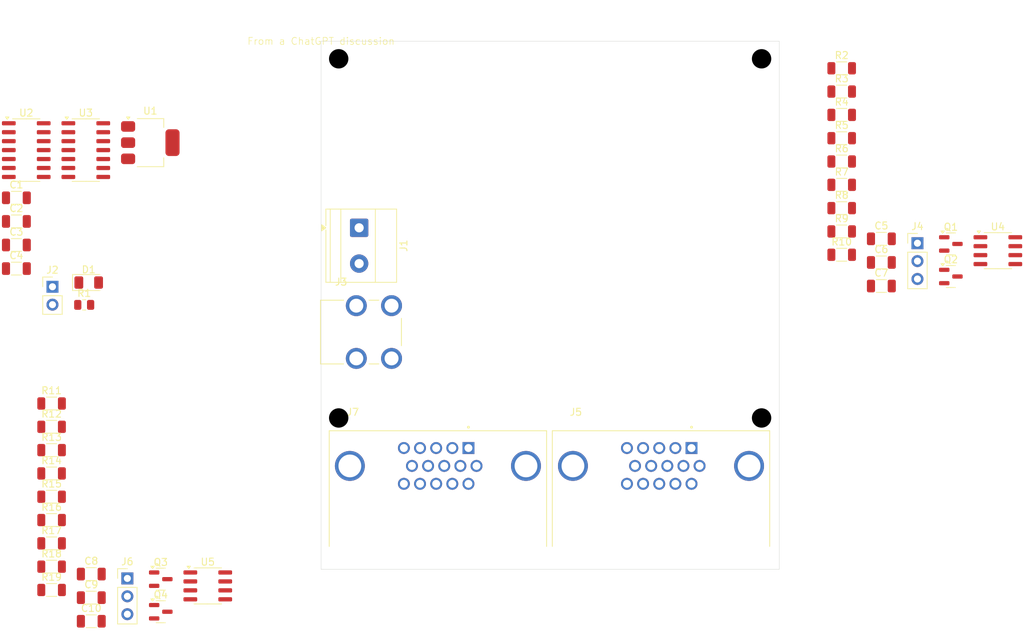
<source format=kicad_pcb>
(kicad_pcb (version 20241229) (generator "pcbnew") (generator_version "9.0")
  (layers (0 "F.Cu" signal) (4 "In1.Cu" signal) (6 "In2.Cu" signal) (2 "B.Cu" signal) (13 "F.Paste" user) (15 "B.Paste" user) (5 "F.SilkS" user "F.Silkscreen") (7 "B.SilkS" user "B.Silkscreen") (1 "F.Mask" user) (3 "B.Mask" user) (25 "Edge.Cuts" user))
  (net 0 "")
  (net 1 "/IN_5VDC")
  (net 2 "GND")
  (net 3 "/Azimuth/Dir Sig")
  (net 4 "/Elevation/Limit Sw1")
  (net 5 "Shield")
  (net 6 "/Elevation/Pul")
  (net 7 "+5V")
  (net 8 "Net-(U5-THR)")
  (net 11 "/Elevation/Dir")
  (net 12 "Net-(U4-THR)")
  (net 13 "/Elevation/Limit Sw2")
  (net 14 "Net-(U5-CV)")
  (net 15 "Net-(U4-CV)")
  (net 18 "/Azimuth/Limit Sw2")
  (net 19 "Net-(J4-Pin_3)")
  (net 20 "Net-(J6-Pin_3)")
  (net 21 "/Azimuth/Limit Sw1")
  (net 23 "/Azimuth/Pul")
  (net 24 "/Azimuth/Dir")
  (net 27 "Net-(Q3-B)")
  (net 28 "Net-(D1-K)")
  (net 29 "/IN_5VDC_SWITCH")
  (net 33 "/Elevation/Pulse Enable")
  (net 34 "/Azimuth/Pulse Enable")
  (net 35 "/Azimuth/Pul sig")
  (net 36 "/Elevation/Pul sig")
  (net 45 "Net-(U5-DIS)")
  (net 46 "Net-(U4-DIS)")
  (net 47 "/Elevation/Dir Sig")
  (net 48 "Net-(Q1-B)")
  (net 49 "Net-(R6-Pad1)")
  (net 50 "Net-(R16-Pad1)")
  (net 51 "Net-(R7-Pad1)")
  (net 52 "Net-(R15-Pad1)")
  (footprint "Resistor_SMD:R_1206_3216Metric" (layer "F.Cu") (at 132.565 108.165)
    (property "Reference" "R13" (at 0 -1.83 0) (layer "F.SilkS"))
    (property "Value" "10k")
    (fp_line (start -0.727064 -0.91) (end 0.727064 -0.91) (stroke (width 0.12)) (layer "F.SilkS"))
    (fp_line (start -0.727064 0.91) (end 0.727064 0.91) (stroke (width 0.12)) (layer "F.SilkS"))
    (pad "1" smd roundrect (at -1.4625 0) (size 1.125 1.75) (layers "F.Cu" "F.Mask" "F.Paste") (roundrect_rratio 0.222222) (net 21 "/Azimuth/Limit Sw1"))
    (pad "2" smd roundrect (at 1.4625 0) (size 1.125 1.75) (layers "F.Cu" "F.Mask" "F.Paste") (roundrect_rratio 0.222222) (net 2 "GND"))
  )
  (footprint "Resistor_SMD:R_1206_3216Metric" (layer "F.Cu") (at 132.565 128.025)
    (property "Reference" "R19" (at 0 -1.83 0) (layer "F.SilkS"))
    (property "Value" "1k")
    (fp_line (start -0.727064 -0.91) (end 0.727064 -0.91) (stroke (width 0.12)) (layer "F.SilkS"))
    (fp_line (start -0.727064 0.91) (end 0.727064 0.91) (stroke (width 0.12)) (layer "F.SilkS"))
    (pad "1" smd roundrect (at -1.4625 0) (size 1.125 1.75) (layers "F.Cu" "F.Mask" "F.Paste") (roundrect_rratio 0.222222) (net 3 "/Azimuth/Dir Sig"))
    (pad "2" smd roundrect (at 1.4625 0) (size 1.125 1.75) (layers "F.Cu" "F.Mask" "F.Paste") (roundrect_rratio 0.222222) (net 27 "Net-(Q3-B)"))
  )
  (footprint "DishFootprints:DE15_VGA_FEMALE_CONN" (layer "F.Cu") (at 187.38 110.41)
    (property "Reference" "J7" (at -12.075 -7.635 0) (layer "F.SilkS"))
    (property "Value" "Azimuth DE-15")
    (fp_line (start -15.42 -4.99) (end 15.42 -4.99) (stroke (width 0.127)) (layer "F.SilkS"))
    (fp_line (start -15.42 11.43) (end -15.42 -4.99) (stroke (width 0.127)) (layer "F.SilkS"))
    (fp_line (start 15.42 -4.99) (end 15.42 11.43) (stroke (width 0.127)) (layer "F.SilkS"))
    (fp_circle (center 4.33 -5.5) (end 4.43 -5.5) (stroke (width 0.2)) (fill no) (layer "F.SilkS"))
    (pad "1" thru_hole rect (at 4.33 -2.54) (size 1.695 1.695) (drill 1.13) (layers "*.Cu" "*.Mask") (net 7 "+5V"))
    (pad "2" thru_hole circle (at 2.04 -2.54) (size 1.695 1.695) (drill 1.13) (layers "*.Cu" "*.Mask") (net 2 "GND"))
    (pad "3" thru_hole circle (at -0.25 -2.54) (size 1.695 1.695) (drill 1.13) (layers "*.Cu" "*.Mask") (net 21 "/Azimuth/Limit Sw1"))
    (pad "4" thru_hole circle (at -2.54 -2.54) (size 1.695 1.695) (drill 1.13) (layers "*.Cu" "*.Mask") (net 18 "/Azimuth/Limit Sw2"))
    (pad "5" thru_hole circle (at -4.83 -2.54) (size 1.695 1.695) (drill 1.13) (layers "*.Cu" "*.Mask"))
    (pad "6" thru_hole circle (at 5.475 0) (size 1.695 1.695) (drill 1.13) (layers "*.Cu" "*.Mask"))
    (pad "7" thru_hole circle (at 3.185 0) (size 1.695 1.695) (drill 1.13) (layers "*.Cu" "*.Mask"))
    (pad "8" thru_hole circle (at 0.895 0) (size 1.695 1.695) (drill 1.13) (layers "*.Cu" "*.Mask"))
    (pad "9" thru_hole circle (at -1.395 0) (size 1.695 1.695) (drill 1.13) (layers "*.Cu" "*.Mask"))
    (pad "10" thru_hole circle (at -3.685 0) (size 1.695 1.695) (drill 1.13) (layers "*.Cu" "*.Mask"))
    (pad "11" thru_hole circle (at 4.33 2.54) (size 1.695 1.695) (drill 1.13) (layers "*.Cu" "*.Mask") (net 23 "/Azimuth/Pul"))
    (pad "12" thru_hole circle (at 2.04 2.54) (size 1.695 1.695) (drill 1.13) (layers "*.Cu" "*.Mask") (net 24 "/Azimuth/Dir"))
    (pad "13" thru_hole circle (at -0.25 2.54) (size 1.695 1.695) (drill 1.13) (layers "*.Cu" "*.Mask"))
    (pad "14" thru_hole circle (at -2.54 2.54) (size 1.695 1.695) (drill 1.13) (layers "*.Cu" "*.Mask"))
    (pad "15" thru_hole circle (at -4.83 2.54) (size 1.695 1.695) (drill 1.13) (layers "*.Cu" "*.Mask"))
    (pad "SH1" thru_hole circle (at -12.495 0) (size 4.246 4.246) (drill 3.23) (layers "*.Cu" "*.Mask") (net 5 "Shield"))
    (pad "SH2" thru_hole circle (at 12.495 0) (size 4.246 4.246) (drill 3.23) (layers "*.Cu" "*.Mask") (net 5 "Shield"))
  )
  (footprint "Resistor_SMD:R_1206_3216Metric" (layer "F.Cu") (at 244.665 77.115)
    (property "Reference" "R9" (at 0 -1.83 0) (layer "F.SilkS"))
    (property "Value" "10k")
    (fp_line (start -0.727064 -0.91) (end 0.727064 -0.91) (stroke (width 0.12)) (layer "F.SilkS"))
    (fp_line (start -0.727064 0.91) (end 0.727064 0.91) (stroke (width 0.12)) (layer "F.SilkS"))
    (pad "1" smd roundrect (at -1.4625 0) (size 1.125 1.75) (layers "F.Cu" "F.Mask" "F.Paste") (roundrect_rratio 0.222222) (net 13 "/Elevation/Limit Sw2"))
    (pad "2" smd roundrect (at 1.4625 0) (size 1.125 1.75) (layers "F.Cu" "F.Mask" "F.Paste") (roundrect_rratio 0.222222) (net 2 "GND"))
  )
  (footprint "Capacitor_SMD:C_1206_3216Metric" (layer "F.Cu") (at 250.295 84.865)
    (property "Reference" "C7" (at 0 -1.85 0) (layer "F.SilkS"))
    (property "Value" "10uF")
    (fp_line (start -0.711252 -0.91) (end 0.711252 -0.91) (stroke (width 0.12)) (layer "F.SilkS"))
    (fp_line (start -0.711252 0.91) (end 0.711252 0.91) (stroke (width 0.12)) (layer "F.SilkS"))
    (pad "1" smd roundrect (at -1.475 0) (size 1.15 1.8) (layers "F.Cu" "F.Mask" "F.Paste") (roundrect_rratio 0.217391) (net 15 "Net-(U4-CV)"))
    (pad "2" smd roundrect (at 1.475 0) (size 1.15 1.8) (layers "F.Cu" "F.Mask" "F.Paste") (roundrect_rratio 0.217391) (net 2 "GND"))
  )
  (footprint "Package_TO_SOT_SMD:SOT-223-3_TabPin2" (layer "F.Cu") (at 146.57 64.505)
    (property "Reference" "U1" (at 0 -4.5 0) (layer "F.SilkS"))
    (property "Value" "AMS1117-5.0")
    (fp_line (start -1.85 -3.41) (end 1.91 -3.41) (stroke (width 0.12)) (layer "F.SilkS"))
    (fp_line (start -1.85 3.41) (end 1.91 3.41) (stroke (width 0.12)) (layer "F.SilkS"))
    (fp_line (start 1.91 -3.41) (end 1.91 -2.15) (stroke (width 0.12)) (layer "F.SilkS"))
    (fp_line (start 1.91 3.41) (end 1.91 2.15) (stroke (width 0.12)) (layer "F.SilkS"))
    (fp_poly (pts (xy -3.13 -3.31) (xy -3.37 -3.64) (xy -2.89 -3.64) (xy -3.13 -3.31)) (stroke (width 0.12)) (fill yes) (layer "F.SilkS"))
    (pad "1" smd roundrect (at -3.15 -2.3) (size 2 1.5) (layers "F.Cu" "F.Mask" "F.Paste") (net 2 "GND"))
    (pad "2" smd roundrect (at -3.15 0) (size 2 1.5) (layers "F.Cu" "F.Mask" "F.Paste") (net 7 "+5V"))
    (pad "2" smd roundrect (at 3.15 0) (size 2 3.8) (layers "F.Cu" "F.Mask" "F.Paste") (net 7 "+5V"))
    (pad "3" smd roundrect (at -3.15 2.3) (size 2 1.5) (layers "F.Cu" "F.Mask" "F.Paste") (net 29 "/IN_5VDC_SWITCH"))
  )
  (footprint "DishFootprints:TERM_SCREW_01x04_VERTICAL_KEYSTONE_7690" (layer "F.Cu") (at 178.3 91.4)
    (property "Reference" "J3" (at -4.655 -7.115 0) (layer "F.SilkS"))
    (property "Value" "Screw Terminal To Chassis")
    (fp_line (start -7.58 -4.52605) (end -7.58 4.52605) (stroke (width 0.127)) (layer "F.SilkS"))
    (fp_line (start -7.58 4.52605) (end -4.305 4.52605) (stroke (width 0.127)) (layer "F.SilkS"))
    (fp_line (start -4.305 -4.52605) (end -7.58 -4.52605) (stroke (width 0.127)) (layer "F.SilkS"))
    (fp_line (start -0.695 -4.52605) (end 0.695 -4.52605) (stroke (width 0.127)) (layer "F.SilkS"))
    (fp_line (start -0.695 4.52605) (end 0.695 4.52605) (stroke (width 0.127)) (layer "F.SilkS"))
    (fp_line (start 3.9 -1.94) (end 3.9 1.94) (stroke (width 0.127)) (layer "F.SilkS"))
    (pad "1_1" thru_hole circle (at -2.5 3.745) (size 2.97 2.97) (drill 1.98) (layers "*.Cu" "*.Mask") (net 5 "Shield"))
    (pad "1_2" thru_hole circle (at 2.5 3.745) (size 2.97 2.97) (drill 1.98) (layers "*.Cu" "*.Mask") (net 5 "Shield"))
    (pad "1_3" thru_hole circle (at -2.5 -3.745) (size 2.97 2.97) (drill 1.98) (layers "*.Cu" "*.Mask") (net 5 "Shield"))
    (pad "1_4" thru_hole circle (at 2.5 -3.745) (size 2.97 2.97) (drill 1.98) (layers "*.Cu" "*.Mask") (net 5 "Shield"))
  )
  (footprint "Resistor_SMD:R_1206_3216Metric" (layer "F.Cu") (at 244.665 53.945)
    (property "Reference" "R2" (at 0 -1.83 0) (layer "F.SilkS"))
    (property "Value" "820")
    (fp_line (start -0.727064 -0.91) (end 0.727064 -0.91) (stroke (width 0.12)) (layer "F.SilkS"))
    (fp_line (start -0.727064 0.91) (end 0.727064 0.91) (stroke (width 0.12)) (layer "F.SilkS"))
    (pad "1" smd roundrect (at -1.4625 0) (size 1.125 1.75) (layers "F.Cu" "F.Mask" "F.Paste") (roundrect_rratio 0.222222) (net 46 "Net-(U4-DIS)"))
    (pad "2" smd roundrect (at 1.4625 0) (size 1.125 1.75) (layers "F.Cu" "F.Mask" "F.Paste") (roundrect_rratio 0.222222) (net 7 "+5V"))
  )
  (footprint "Resistor_SMD:R_1206_3216Metric" (layer "F.Cu") (at 132.565 121.405)
    (property "Reference" "R17" (at 0 -1.83 0) (layer "F.SilkS"))
    (property "Value" "10k")
    (fp_line (start -0.727064 -0.91) (end 0.727064 -0.91) (stroke (width 0.12)) (layer "F.SilkS"))
    (fp_line (start -0.727064 0.91) (end 0.727064 0.91) (stroke (width 0.12)) (layer "F.SilkS"))
    (pad "1" smd roundrect (at -1.4625 0) (size 1.125 1.75) (layers "F.Cu" "F.Mask" "F.Paste") (roundrect_rratio 0.222222) (net 20 "Net-(J6-Pin_3)"))
    (pad "2" smd roundrect (at 1.4625 0) (size 1.125 1.75) (layers "F.Cu" "F.Mask" "F.Paste") (roundrect_rratio 0.222222) (net 2 "GND"))
  )
  (footprint "Resistor_SMD:R_1206_3216Metric" (layer "F.Cu") (at 132.565 114.785)
    (property "Reference" "R15" (at 0 -1.83 0) (layer "F.SilkS"))
    (property "Value" "10k")
    (fp_line (start -0.727064 -0.91) (end 0.727064 -0.91) (stroke (width 0.12)) (layer "F.SilkS"))
    (fp_line (start -0.727064 0.91) (end 0.727064 0.91) (stroke (width 0.12)) (layer "F.SilkS"))
    (pad "1" smd roundrect (at -1.4625 0) (size 1.125 1.75) (layers "F.Cu" "F.Mask" "F.Paste") (roundrect_rratio 0.222222) (net 52 "Net-(R15-Pad1)"))
    (pad "2" smd roundrect (at 1.4625 0) (size 1.125 1.75) (layers "F.Cu" "F.Mask" "F.Paste") (roundrect_rratio 0.222222) (net 2 "GND"))
  )
  (footprint "Resistor_SMD:R_0805_2012Metric" (layer "F.Cu") (at 137.19 87.54)
    (property "Reference" "R1" (at 0 -1.65 0) (layer "F.SilkS"))
    (property "Value" "1k")
    (fp_line (start -0.227064 -0.735) (end 0.227064 -0.735) (stroke (width 0.12)) (layer "F.SilkS"))
    (fp_line (start -0.227064 0.735) (end 0.227064 0.735) (stroke (width 0.12)) (layer "F.SilkS"))
    (pad "1" smd roundrect (at -0.9125 0) (size 1.025 1.4) (layers "F.Cu" "F.Mask" "F.Paste") (roundrect_rratio 0.243902) (net 28 "Net-(D1-K)"))
    (pad "2" smd roundrect (at 0.9125 0) (size 1.025 1.4) (layers "F.Cu" "F.Mask" "F.Paste") (roundrect_rratio 0.243902) (net 2 "GND"))
  )
  (footprint "Capacitor_SMD:C_1206_3216Metric" (layer "F.Cu") (at 127.57 72.34)
    (property "Reference" "C1" (at 0 -1.85 0) (layer "F.SilkS"))
    (property "Value" "22uF")
    (fp_line (start -0.711252 -0.91) (end 0.711252 -0.91) (stroke (width 0.12)) (layer "F.SilkS"))
    (fp_line (start -0.711252 0.91) (end 0.711252 0.91) (stroke (width 0.12)) (layer "F.SilkS"))
    (pad "1" smd roundrect (at -1.475 0) (size 1.15 1.8) (layers "F.Cu" "F.Mask" "F.Paste") (roundrect_rratio 0.217391) (net 29 "/IN_5VDC_SWITCH"))
    (pad "2" smd roundrect (at 1.475 0) (size 1.15 1.8) (layers "F.Cu" "F.Mask" "F.Paste") (roundrect_rratio 0.217391) (net 2 "GND"))
  )
  (footprint "TerminalBlock_Phoenix:TerminalBlock_Phoenix_MKDS-1,5-2-5.08_1x02_P5.08mm_Horizontal" (layer "F.Cu") (at 176.2 76.6 -90)
    (property "Reference" "J1" (at 2.54 -6.32 90) (layer "F.SilkS"))
    (property "Value" "Screw_Terminal_01x02")
    (fp_line (start -2.66 4.72) (end -0.3 4.72) (stroke (width 0.12)) (layer "F.SilkS"))
    (fp_line (start 0.3 4.72) (end 7.74 4.72) (stroke (width 0.12)) (layer "F.SilkS"))
    (fp_line (start -2.66 4.1) (end 7.74 4.1) (stroke (width 0.12)) (layer "F.SilkS"))
    (fp_line (start -2.66 2.6) (end 7.74 2.6) (stroke (width 0.12)) (layer "F.SilkS"))
    (fp_line (start -2.66 -2.3) (end 7.74 -2.3) (stroke (width 0.12)) (layer "F.SilkS"))
    (fp_line (start -2.66 -5.32) (end -2.66 4.72) (stroke (width 0.12)) (layer "F.SilkS"))
    (fp_line (start -2.66 -5.32) (end 7.74 -5.32) (stroke (width 0.12)) (layer "F.SilkS"))
    (fp_line (start 7.74 -5.32) (end 7.74 4.72) (stroke (width 0.12)) (layer "F.SilkS"))
    (fp_poly (pts (xy 0 4.72) (xy 0.44 5.33) (xy -0.44 5.33)) (stroke (width 0.12)) (fill yes) (layer "F.SilkS"))
    (pad "1" thru_hole roundrect (at 0 0 270) (size 2.6 2.6) (drill 1.3) (layers "*.Cu" "*.Mask") (roundrect_rratio 0.096154) (net 1 "/IN_5VDC"))
    (pad "2" thru_hole circle (at 5.08 0 270) (size 2.6 2.6) (drill 1.3) (layers "*.Cu" "*.Mask") (net 2 "GND"))
  )
  (footprint "Capacitor_SMD:C_1206_3216Metric" (layer "F.Cu") (at 127.57 79.04)
    (property "Reference" "C3" (at 0 -1.85 0) (layer "F.SilkS"))
    (property "Value" "0.1uF")
    (fp_line (start -0.711252 -0.91) (end 0.711252 -0.91) (stroke (width 0.12)) (layer "F.SilkS"))
    (fp_line (start -0.711252 0.91) (end 0.711252 0.91) (stroke (width 0.12)) (layer "F.SilkS"))
    (pad "1" smd roundrect (at -1.475 0) (size 1.15 1.8) (layers "F.Cu" "F.Mask" "F.Paste") (roundrect_rratio 0.217391) (net 7 "+5V"))
    (pad "2" smd roundrect (at 1.475 0) (size 1.15 1.8) (layers "F.Cu" "F.Mask" "F.Paste") (roundrect_rratio 0.217391) (net 2 "GND"))
  )
  (footprint "Connector_PinHeader_2.54mm:PinHeader_1x03_P2.54mm_Vertical" (layer "F.Cu") (at 143.315 126.385)
    (property "Reference" "J6" (at 0 -2.38 0) (layer "F.SilkS"))
    (property "Value" "Conn_01x03_Pin")
    (fp_line (start -1.38 -1.38) (end 0 -1.38) (stroke (width 0.12)) (layer "F.SilkS"))
    (fp_line (start -1.38 0) (end -1.38 -1.38) (stroke (width 0.12)) (layer "F.SilkS"))
    (fp_line (start -1.38 1.27) (end -1.38 6.46) (stroke (width 0.12)) (layer "F.SilkS"))
    (fp_line (start -1.38 1.27) (end 1.38 1.27) (stroke (width 0.12)) (layer "F.SilkS"))
    (fp_line (start -1.38 6.46) (end 1.38 6.46) (stroke (width 0.12)) (layer "F.SilkS"))
    (fp_line (start 1.38 1.27) (end 1.38 6.46) (stroke (width 0.12)) (layer "F.SilkS"))
    (pad "1" thru_hole rect (at 0 0) (size 1.7 1.7) (drill 1) (layers "*.Cu" "*.Mask") (net 3 "/Azimuth/Dir Sig"))
    (pad "2" thru_hole circle (at 0 2.54) (size 1.7 1.7) (drill 1) (layers "*.Cu" "*.Mask") (net 7 "+5V"))
    (pad "3" thru_hole circle (at 0 5.08) (size 1.7 1.7) (drill 1) (layers "*.Cu" "*.Mask") (net 20 "Net-(J6-Pin_3)"))
  )
  (footprint "Connector_PinHeader_2.54mm:PinHeader_1x03_P2.54mm_Vertical" (layer "F.Cu") (at 255.415 78.785)
    (property "Reference" "J4" (at 0 -2.38 0) (layer "F.SilkS"))
    (property "Value" "Conn_01x03_Pin")
    (fp_line (start -1.38 -1.38) (end 0 -1.38) (stroke (width 0.12)) (layer "F.SilkS"))
    (fp_line (start -1.38 0) (end -1.38 -1.38) (stroke (width 0.12)) (layer "F.SilkS"))
    (fp_line (start -1.38 1.27) (end -1.38 6.46) (stroke (width 0.12)) (layer "F.SilkS"))
    (fp_line (start -1.38 1.27) (end 1.38 1.27) (stroke (width 0.12)) (layer "F.SilkS"))
    (fp_line (start -1.38 6.46) (end 1.38 6.46) (stroke (width 0.12)) (layer "F.SilkS"))
    (fp_line (start 1.38 1.27) (end 1.38 6.46) (stroke (width 0.12)) (layer "F.SilkS"))
    (pad "1" thru_hole rect (at 0 0) (size 1.7 1.7) (drill 1) (layers "*.Cu" "*.Mask") (net 47 "/Elevation/Dir Sig"))
    (pad "2" thru_hole circle (at 0 2.54) (size 1.7 1.7) (drill 1) (layers "*.Cu" "*.Mask") (net 7 "+5V"))
    (pad "3" thru_hole circle (at 0 5.08) (size 1.7 1.7) (drill 1) (layers "*.Cu" "*.Mask") (net 19 "Net-(J4-Pin_3)"))
  )
  (footprint "Capacitor_SMD:C_1206_3216Metric" (layer "F.Cu") (at 127.57 82.39)
    (property "Reference" "C4" (at 0 -1.85 0) (layer "F.SilkS"))
    (property "Value" "0.1uF")
    (fp_line (start -0.711252 -0.91) (end 0.711252 -0.91) (stroke (width 0.12)) (layer "F.SilkS"))
    (fp_line (start -0.711252 0.91) (end 0.711252 0.91) (stroke (width 0.12)) (layer "F.SilkS"))
    (pad "1" smd roundrect (at -1.475 0) (size 1.15 1.8) (layers "F.Cu" "F.Mask" "F.Paste") (roundrect_rratio 0.217391) (net 7 "+5V"))
    (pad "2" smd roundrect (at 1.475 0) (size 1.15 1.8) (layers "F.Cu" "F.Mask" "F.Paste") (roundrect_rratio 0.217391) (net 2 "GND"))
  )
  (footprint "Resistor_SMD:R_1206_3216Metric" (layer "F.Cu") (at 132.565 124.715)
    (property "Reference" "R18" (at 0 -1.83 0) (layer "F.SilkS"))
    (property "Value" "10k")
    (fp_line (start -0.727064 -0.91) (end 0.727064 -0.91) (stroke (width 0.12)) (layer "F.SilkS"))
    (fp_line (start -0.727064 0.91) (end 0.727064 0.91) (stroke (width 0.12)) (layer "F.SilkS"))
    (pad "1" smd roundrect (at -1.4625 0) (size 1.125 1.75) (layers "F.Cu" "F.Mask" "F.Paste") (roundrect_rratio 0.222222) (net 20 "Net-(J6-Pin_3)"))
    (pad "2" smd roundrect (at 1.4625 0) (size 1.125 1.75) (layers "F.Cu" "F.Mask" "F.Paste") (roundrect_rratio 0.222222) (net 2 "GND"))
  )
  (footprint "Package_SO:SOIC-14_3.9x8.7mm_P1.27mm" (layer "F.Cu") (at 137.42 65.565)
    (property "Reference" "U3" (at 0 -5.28 0) (layer "F.SilkS"))
    (property "Value" "74LS08")
    (fp_line (start 0 -4.435) (end -1.95 -4.435) (stroke (width 0.12)) (layer "F.SilkS"))
    (fp_line (start 0 -4.435) (end 1.95 -4.435) (stroke (width 0.12)) (layer "F.SilkS"))
    (fp_line (start 0 4.435) (end -1.95 4.435) (stroke (width 0.12)) (layer "F.SilkS"))
    (fp_line (start 0 4.435) (end 1.95 4.435) (stroke (width 0.12)) (layer "F.SilkS"))
    (fp_poly (pts (xy -2.7 -4.37) (xy -2.94 -4.7) (xy -2.46 -4.7)) (stroke (width 0.12)) (fill yes) (layer "F.SilkS"))
    (pad "1" smd roundrect (at -2.475 -3.81) (size 1.95 0.6) (layers "F.Cu" "F.Mask" "F.Paste") (net 4 "/Elevation/Limit Sw1"))
    (pad "2" smd roundrect (at -2.475 -2.54) (size 1.95 0.6) (layers "F.Cu" "F.Mask" "F.Paste") (net 47 "/Elevation/Dir Sig"))
    (pad "3" smd roundrect (at -2.475 -1.27) (size 1.95 0.6) (layers "F.Cu" "F.Mask" "F.Paste") (net 49 "Net-(R6-Pad1)"))
    (pad "4" smd roundrect (at -2.475 0) (size 1.95 0.6) (layers "F.Cu" "F.Mask" "F.Paste") (net 13 "/Elevation/Limit Sw2"))
    (pad "5" smd roundrect (at -2.475 1.27) (size 1.95 0.6) (layers "F.Cu" "F.Mask" "F.Paste") (net 19 "Net-(J4-Pin_3)"))
    (pad "6" smd roundrect (at -2.475 2.54) (size 1.95 0.6) (layers "F.Cu" "F.Mask" "F.Paste") (net 51 "Net-(R7-Pad1)"))
    (pad "7" smd roundrect (at -2.475 3.81) (size 1.95 0.6) (layers "F.Cu" "F.Mask" "F.Paste") (net 2 "GND"))
    (pad "8" smd roundrect (at 2.475 3.81) (size 1.95 0.6) (layers "F.Cu" "F.Mask" "F.Paste") (net 52 "Net-(R15-Pad1)"))
    (pad "9" smd roundrect (at 2.475 2.54) (size 1.95 0.6) (layers "F.Cu" "F.Mask" "F.Paste") (net 21 "/Azimuth/Limit Sw1"))
    (pad "10" smd roundrect (at 2.475 1.27) (size 1.95 0.6) (layers "F.Cu" "F.Mask" "F.Paste") (net 3 "/Azimuth/Dir Sig"))
    (pad "11" smd roundrect (at 2.475 0) (size 1.95 0.6) (layers "F.Cu" "F.Mask" "F.Paste") (net 50 "Net-(R16-Pad1)"))
    (pad "12" smd roundrect (at 2.475 -1.27) (size 1.95 0.6) (layers "F.Cu" "F.Mask" "F.Paste") (net 18 "/Azimuth/Limit Sw2"))
    (pad "13" smd roundrect (at 2.475 -2.54) (size 1.95 0.6) (layers "F.Cu" "F.Mask" "F.Paste") (net 20 "Net-(J6-Pin_3)"))
    (pad "14" smd roundrect (at 2.475 -3.81) (size 1.95 0.6) (layers "F.Cu" "F.Mask" "F.Paste") (net 7 "+5V"))
  )
  (footprint "Resistor_SMD:R_1206_3216Metric" (layer "F.Cu") (at 244.665 70.495)
    (property "Reference" "R7" (at 0 -1.83 0) (layer "F.SilkS"))
    (property "Value" "10k")
    (fp_line (start -0.727064 -0.91) (end 0.727064 -0.91) (stroke (width 0.12)) (layer "F.SilkS"))
    (fp_line (start -0.727064 0.91) (end 0.727064 0.91) (stroke (width 0.12)) (layer "F.SilkS"))
    (pad "1" smd roundrect (at -1.4625 0) (size 1.125 1.75) (layers "F.Cu" "F.Mask" "F.Paste") (roundrect_rratio 0.222222) (net 51 "Net-(R7-Pad1)"))
    (pad "2" smd roundrect (at 1.4625 0) (size 1.125 1.75) (layers "F.Cu" "F.Mask" "F.Paste") (roundrect_rratio 0.222222) (net 2 "GND"))
  )
  (footprint "LED_SMD:LED_1206_3216Metric" (layer "F.Cu") (at 137.83 84.37)
    (property "Reference" "D1" (at 0 -1.83 0) (layer "F.SilkS"))
    (property "Value" "LED")
    (fp_line (start -2.285 -1.135) (end -2.285 1.135) (stroke (width 0.12)) (layer "F.SilkS"))
    (fp_line (start -2.285 1.135) (end 1.6 1.135) (stroke (width 0.12)) (layer "F.SilkS"))
    (fp_line (start 1.6 -1.135) (end -2.285 -1.135) (stroke (width 0.12)) (layer "F.SilkS"))
    (pad "1" smd roundrect (at -1.4 0) (size 1.25 1.75) (layers "F.Cu" "F.Mask" "F.Paste") (roundrect_rratio 0.2) (net 28 "Net-(D1-K)"))
    (pad "2" smd roundrect (at 1.4 0) (size 1.25 1.75) (layers "F.Cu" "F.Mask" "F.Paste") (roundrect_rratio 0.2) (net 7 "+5V"))
  )
  (footprint "Capacitor_SMD:C_1206_3216Metric" (layer "F.Cu") (at 127.57 75.69)
    (property "Reference" "C2" (at 0 -1.85 0) (layer "F.SilkS"))
    (property "Value" "22uF")
    (fp_line (start -0.711252 -0.91) (end 0.711252 -0.91) (stroke (width 0.12)) (layer "F.SilkS"))
    (fp_line (start -0.711252 0.91) (end 0.711252 0.91) (stroke (width 0.12)) (layer "F.SilkS"))
    (pad "1" smd roundrect (at -1.475 0) (size 1.15 1.8) (layers "F.Cu" "F.Mask" "F.Paste") (roundrect_rratio 0.217391) (net 7 "+5V"))
    (pad "2" smd roundrect (at 1.475 0) (size 1.15 1.8) (layers "F.Cu" "F.Mask" "F.Paste") (roundrect_rratio 0.217391) (net 2 "GND"))
  )
  (footprint "Resistor_SMD:R_1206_3216Metric" (layer "F.Cu") (at 132.565 101.545)
    (property "Reference" "R11" (at 0 -1.83 0) (layer "F.SilkS"))
    (property "Value" "820")
    (fp_line (start -0.727064 -0.91) (end 0.727064 -0.91) (stroke (width 0.12)) (layer "F.SilkS"))
    (fp_line (start -0.727064 0.91) (end 0.727064 0.91) (stroke (width 0.12)) (layer "F.SilkS"))
    (pad "1" smd roundrect (at -1.4625 0) (size 1.125 1.75) (layers "F.Cu" "F.Mask" "F.Paste") (roundrect_rratio 0.222222) (net 45 "Net-(U5-DIS)"))
    (pad "2" smd roundrect (at 1.4625 0) (size 1.125 1.75) (layers "F.Cu" "F.Mask" "F.Paste") (roundrect_rratio 0.222222) (net 7 "+5V"))
  )
  (footprint "Package_SO:SOIC-8_3.9x4.9mm_P1.27mm" (layer "F.Cu") (at 266.825 79.845)
    (property "Reference" "U4" (at 0 -3.4 0) (layer "F.SilkS"))
    (property "Value" "NE555D")
    (fp_line (start 0 -2.56) (end -1.95 -2.56) (stroke (width 0.12)) (layer "F.SilkS"))
    (fp_line (start 0 -2.56) (end 1.95 -2.56) (stroke (width 0.12)) (layer "F.SilkS"))
    (fp_line (start 0 2.56) (end -1.95 2.56) (stroke (width 0.12)) (layer "F.SilkS"))
    (fp_line (start 0 2.56) (end 1.95 2.56) (stroke (width 0.12)) (layer "F.SilkS"))
    (fp_poly (pts (xy -2.7 -2.465) (xy -2.94 -2.795) (xy -2.46 -2.795)) (stroke (width 0.12)) (fill yes) (layer "F.SilkS"))
    (pad "1" smd roundrect (at -2.475 -1.905) (size 1.95 0.6) (layers "F.Cu" "F.Mask" "F.Paste") (net 2 "GND"))
    (pad "2" smd roundrect (at -2.475 -0.635) (size 1.95 0.6) (layers "F.Cu" "F.Mask" "F.Paste") (net 12 "Net-(U4-THR)"))
    (pad "3" smd roundrect (at -2.475 0.635) (size 1.95 0.6) (layers "F.Cu" "F.Mask" "F.Paste") (net 36 "/Elevation/Pul sig"))
    (pad "4" smd roundrect (at -2.475 1.905) (size 1.95 0.6) (layers "F.Cu" "F.Mask" "F.Paste") (net 33 "/Elevation/Pulse Enable"))
    (pad "5" smd roundrect (at 2.475 1.905) (size 1.95 0.6) (layers "F.Cu" "F.Mask" "F.Paste") (net 15 "Net-(U4-CV)"))
    (pad "6" smd roundrect (at 2.475 0.635) (size 1.95 0.6) (layers "F.Cu" "F.Mask" "F.Paste") (net 12 "Net-(U4-THR)"))
    (pad "7" smd roundrect (at 2.475 -0.635) (size 1.95 0.6) (layers "F.Cu" "F.Mask" "F.Paste") (net 46 "Net-(U4-DIS)"))
    (pad "8" smd roundrect (at 2.475 -1.905) (size 1.95 0.6) (layers "F.Cu" "F.Mask" "F.Paste") (net 7 "+5V"))
  )
  (footprint "Capacitor_SMD:C_1206_3216Metric" (layer "F.Cu") (at 250.295 81.515)
    (property "Reference" "C6" (at 0 -1.85 0) (layer "F.SilkS"))
    (property "Value" "100nF")
    (fp_line (start -0.711252 -0.91) (end 0.711252 -0.91) (stroke (width 0.12)) (layer "F.SilkS"))
    (fp_line (start -0.711252 0.91) (end 0.711252 0.91) (stroke (width 0.12)) (layer "F.SilkS"))
    (pad "1" smd roundrect (at -1.475 0) (size 1.15 1.8) (layers "F.Cu" "F.Mask" "F.Paste") (roundrect_rratio 0.217391) (net 12 "Net-(U4-THR)"))
    (pad "2" smd roundrect (at 1.475 0) (size 1.15 1.8) (layers "F.Cu" "F.Mask" "F.Paste") (roundrect_rratio 0.217391) (net 2 "GND"))
  )
  (footprint "DishFootprints:DE15_VGA_FEMALE_CONN" (layer "F.Cu") (at 219.03 110.41)
    (property "Reference" "J5" (at -12.075 -7.635 0) (layer "F.SilkS"))
    (property "Value" "Elevation DE-15")
    (fp_line (start -15.42 -4.99) (end 15.42 -4.99) (stroke (width 0.127)) (layer "F.SilkS"))
    (fp_line (start -15.42 11.43) (end -15.42 -4.99) (stroke (width 0.127)) (layer "F.SilkS"))
    (fp_line (start 15.42 -4.99) (end 15.42 11.43) (stroke (width 0.127)) (layer "F.SilkS"))
    (fp_circle (center 4.33 -5.5) (end 4.43 -5.5) (stroke (width 0.2)) (fill no) (layer "F.SilkS"))
    (pad "1" thru_hole rect (at 4.33 -2.54) (size 1.695 1.695) (drill 1.13) (layers "*.Cu" "*.Mask") (net 7 "+5V"))
    (pad "2" thru_hole circle (at 2.04 -2.54) (size 1.695 1.695) (drill 1.13) (layers "*.Cu" "*.Mask") (net 2 "GND"))
    (pad "3" thru_hole circle (at -0.25 -2.54) (size 1.695 1.695) (drill 1.13) (layers "*.Cu" "*.Mask") (net 4 "/Elevation/Limit Sw1"))
    (pad "4" thru_hole circle (at -2.54 -2.54) (size 1.695 1.695) (drill 1.13) (layers "*.Cu" "*.Mask") (net 13 "/Elevation/Limit Sw2"))
    (pad "5" thru_hole circle (at -4.83 -2.54) (size 1.695 1.695) (drill 1.13) (layers "*.Cu" "*.Mask"))
    (pad "6" thru_hole circle (at 5.475 0) (size 1.695 1.695) (drill 1.13) (layers "*.Cu" "*.Mask"))
    (pad "7" thru_hole circle (at 3.185 0) (size 1.695 1.695) (drill 1.13) (layers "*.Cu" "*.Mask"))
    (pad "8" thru_hole circle (at 0.895 0) (size 1.695 1.695) (drill 1.13) (layers "*.Cu" "*.Mask"))
    (pad "9" thru_hole circle (at -1.395 0) (size 1.695 1.695) (drill 1.13) (layers "*.Cu" "*.Mask"))
    (pad "10" thru_hole circle (at -3.685 0) (size 1.695 1.695) (drill 1.13) (layers "*.Cu" "*.Mask"))
    (pad "11" thru_hole circle (at 4.33 2.54) (size 1.695 1.695) (drill 1.13) (layers "*.Cu" "*.Mask") (net 6 "/Elevation/Pul"))
    (pad "12" thru_hole circle (at 2.04 2.54) (size 1.695 1.695) (drill 1.13) (layers "*.Cu" "*.Mask") (net 11 "/Elevation/Dir"))
    (pad "13" thru_hole circle (at -0.25 2.54) (size 1.695 1.695) (drill 1.13) (layers "*.Cu" "*.Mask"))
    (pad "14" thru_hole circle (at -2.54 2.54) (size 1.695 1.695) (drill 1.13) (layers "*.Cu" "*.Mask"))
    (pad "15" thru_hole circle (at -4.83 2.54) (size 1.695 1.695) (drill 1.13) (layers "*.Cu" "*.Mask"))
    (pad "SH1" thru_hole circle (at -12.495 0) (size 4.246 4.246) (drill 3.23) (layers "*.Cu" "*.Mask") (net 5 "Shield"))
    (pad "SH2" thru_hole circle (at 12.495 0) (size 4.246 4.246) (drill 3.23) (layers "*.Cu" "*.Mask") (net 5 "Shield"))
  )
  (footprint "Resistor_SMD:R_1206_3216Metric" (layer "F.Cu") (at 132.565 111.475)
    (property "Reference" "R14" (at 0 -1.83 0) (layer "F.SilkS"))
    (property "Value" "6.8k")
    (fp_line (start -0.727064 -0.91) (end 0.727064 -0.91) (stroke (width 0.12)) (layer "F.SilkS"))
    (fp_line (start -0.727064 0.91) (end 0.727064 0.91) (stroke (width 0.12)) (layer "F.SilkS"))
    (pad "1" smd roundrect (at -1.4625 0) (size 1.125 1.75) (layers "F.Cu" "F.Mask" "F.Paste") (roundrect_rratio 0.222222) (net 8 "Net-(U5-THR)"))
    (pad "2" smd roundrect (at 1.4625 0) (size 1.125 1.75) (layers "F.Cu" "F.Mask" "F.Paste") (roundrect_rratio 0.222222) (net 45 "Net-(U5-DIS)"))
  )
  (footprint "Connector_PinHeader_2.54mm:PinHeader_1x02_P2.54mm_Vertical" (layer "F.Cu") (at 132.69 84.97)
    (property "Reference" "J2" (at 0 -2.38 0) (layer "F.SilkS"))
    (property "Value" "Conn_01x02_Pin")
    (fp_line (start -1.38 -1.38) (end 0 -1.38) (stroke (width 0.12)) (layer "F.SilkS"))
    (fp_line (start -1.38 0) (end -1.38 -1.38) (stroke (width 0.12)) (layer "F.SilkS"))
    (fp_line (start -1.38 1.27) (end -1.38 3.92) (stroke (width 0.12)) (layer "F.SilkS"))
    (fp_line (start -1.38 1.27) (end 1.38 1.27) (stroke (width 0.12)) (layer "F.SilkS"))
    (fp_line (start -1.38 3.92) (end 1.38 3.92) (stroke (width 0.12)) (layer "F.SilkS"))
    (fp_line (start 1.38 1.27) (end 1.38 3.92) (stroke (width 0.12)) (layer "F.SilkS"))
    (pad "1" thru_hole rect (at 0 0) (size 1.7 1.7) (drill 1) (layers "*.Cu" "*.Mask") (net 29 "/IN_5VDC_SWITCH"))
    (pad "2" thru_hole circle (at 0 2.54) (size 1.7 1.7) (drill 1) (layers "*.Cu" "*.Mask") (net 1 "/IN_5VDC"))
  )
  (footprint "Capacitor_SMD:C_1206_3216Metric" (layer "F.Cu") (at 138.195 125.765)
    (property "Reference" "C8" (at 0 -1.85 0) (layer "F.SilkS"))
    (property "Value" "0.1uF")
    (fp_line (start -0.711252 -0.91) (end 0.711252 -0.91) (stroke (width 0.12)) (layer "F.SilkS"))
    (fp_line (start -0.711252 0.91) (end 0.711252 0.91) (stroke (width 0.12)) (layer "F.SilkS"))
    (pad "1" smd roundrect (at -1.475 0) (size 1.15 1.8) (layers "F.Cu" "F.Mask" "F.Paste") (roundrect_rratio 0.217391) (net 7 "+5V"))
    (pad "2" smd roundrect (at 1.475 0) (size 1.15 1.8) (layers "F.Cu" "F.Mask" "F.Paste") (roundrect_rratio 0.217391) (net 2 "GND"))
  )
  (footprint "DishFootprints:Raspberry_Pi_HAT_Side_DE15_Outline" (layer "F.Cu") (at 170.8 50.1)
    (property "Reference" "REF**" (hide yes))
    (property "Value" "Raspberry_Pi_HAT_Side_DE15_Outline")
    (property "Note" "From a ChatGPT discussion" (at 0 0 0) (layer "F.SilkS") (effects (font (thickness 0.1))))
    (fp_line (start 0 0) (end 65 0) (stroke (width 0.05)) (layer "Edge.Cuts"))
    (fp_line (start 0 75) (end 0 0) (stroke (width 0.05)) (layer "Edge.Cuts"))
    (fp_line (start 65 0) (end 65 75) (stroke (width 0.05)) (layer "Edge.Cuts"))
    (fp_line (start 65 75) (end 0 75) (stroke (width 0.05)) (layer "Edge.Cuts"))
    (pad "" np_thru_hole circle (at 2.5 2.5) (size 2.75 2.75) (drill 2.75) (layers "*.Mask"))
    (pad "" np_thru_hole circle (at 2.5 53.5) (size 2.75 2.75) (drill 2.75) (layers "*.Mask"))
    (pad "" np_thru_hole circle (at 62.5 2.5) (size 2.75 2.75) (drill 2.75) (layers "*.Mask"))
    (pad "" np_thru_hole circle (at 62.5 53.5) (size 2.75 2.75) (drill 2.75) (layers "*.Mask"))
  )
  (footprint "Resistor_SMD:R_1206_3216Metric" (layer "F.Cu") (at 244.665 57.255)
    (property "Reference" "R3" (at 0 -1.83 0) (layer "F.SilkS"))
    (property "Value" "10k")
    (fp_line (start -0.727064 -0.91) (end 0.727064 -0.91) (stroke (width 0.12)) (layer "F.SilkS"))
    (fp_line (start -0.727064 0.91) (end 0.727064 0.91) (stroke (width 0.12)) (layer "F.SilkS"))
    (pad "1" smd roundrect (at -1.4625 0) (size 1.125 1.75) (layers "F.Cu" "F.Mask" "F.Paste") (roundrect_rratio 0.222222) (net 47 "/Elevation/Dir Sig"))
    (pad "2" smd roundrect (at 1.4625 0) (size 1.125 1.75) (layers "F.Cu" "F.Mask" "F.Paste") (roundrect_rratio 0.222222) (net 2 "GND"))
  )
  (footprint "Capacitor_SMD:C_1206_3216Metric" (layer "F.Cu") (at 250.295 78.165)
    (property "Reference" "C5" (at 0 -1.85 0) (layer "F.SilkS"))
    (property "Value" "0.1uF")
    (fp_line (start -0.711252 -0.91) (end 0.711252 -0.91) (stroke (width 0.12)) (layer "F.SilkS"))
    (fp_line (start -0.711252 0.91) (end 0.711252 0.91) (stroke (width 0.12)) (layer "F.SilkS"))
    (pad "1" smd roundrect (at -1.475 0) (size 1.15 1.8) (layers "F.Cu" "F.Mask" "F.Paste") (roundrect_rratio 0.217391) (net 7 "+5V"))
    (pad "2" smd roundrect (at 1.475 0) (size 1.15 1.8) (layers "F.Cu" "F.Mask" "F.Paste") (roundrect_rratio 0.217391) (net 2 "GND"))
  )
  (footprint "Package_SO:SOIC-8_3.9x4.9mm_P1.27mm" (layer "F.Cu") (at 154.725 127.445)
    (property "Reference" "U5" (at 0 -3.4 0) (layer "F.SilkS"))
    (property "Value" "NE555D")
    (fp_line (start 0 -2.56) (end -1.95 -2.56) (stroke (width 0.12)) (layer "F.SilkS"))
    (fp_line (start 0 -2.56) (end 1.95 -2.56) (stroke (width 0.12)) (layer "F.SilkS"))
    (fp_line (start 0 2.56) (end -1.95 2.56) (stroke (width 0.12)) (layer "F.SilkS"))
    (fp_line (start 0 2.56) (end 1.95 2.56) (stroke (width 0.12)) (layer "F.SilkS"))
    (fp_poly (pts (xy -2.7 -2.465) (xy -2.94 -2.795) (xy -2.46 -2.795)) (stroke (width 0.12)) (fill yes) (layer "F.SilkS"))
    (pad "1" smd roundrect (at -2.475 -1.905) (size 1.95 0.6) (layers "F.Cu" "F.Mask" "F.Paste") (net 2 "GND"))
    (pad "2" smd roundrect (at -2.475 -0.635) (size 1.95 0.6) (layers "F.Cu" "F.Mask" "F.Paste") (net 8 "Net-(U5-THR)"))
    (pad "3" smd roundrect (at -2.475 0.635) (size 1.95 0.6) (layers "F.Cu" "F.Mask" "F.Paste") (net 35 "/Azimuth/Pul sig"))
    (pad "4" smd roundrect (at -2.475 1.905) (size 1.95 0.6) (layers "F.Cu" "F.Mask" "F.Paste") (net 34 "/Azimuth/Pulse Enable"))
    (pad "5" smd roundrect (at 2.475 1.905) (size 1.95 0.6) (layers "F.Cu" "F.Mask" "F.Paste") (net 14 "Net-(U5-CV)"))
    (pad "6" smd roundrect (at 2.475 0.635) (size 1.95 0.6) (layers "F.Cu" "F.Mask" "F.Paste") (net 8 "Net-(U5-THR)"))
    (pad "7" smd roundrect (at 2.475 -0.635) (size 1.95 0.6) (layers "F.Cu" "F.Mask" "F.Paste") (net 45 "Net-(U5-DIS)"))
    (pad "8" smd roundrect (at 2.475 -1.905) (size 1.95 0.6) (layers "F.Cu" "F.Mask" "F.Paste") (net 7 "+5V"))
  )
  (footprint "Package_TO_SOT_SMD:SOT-23" (layer "F.Cu") (at 260.155 78.89)
    (property "Reference" "Q1" (at 0 -2.4 0) (layer "F.SilkS"))
    (property "Value" "MMBT2222A")
    (fp_line (start 0 -1.56) (end -0.65 -1.56) (stroke (width 0.12)) (layer "F.SilkS"))
    (fp_line (start 0 -1.56) (end 0.65 -1.56) (stroke (width 0.12)) (layer "F.SilkS"))
    (fp_line (start 0 1.56) (end -0.65 1.56) (stroke (width 0.12)) (layer "F.SilkS"))
    (fp_line (start 0 1.56) (end 0.65 1.56) (stroke (width 0.12)) (layer "F.SilkS"))
    (fp_poly (pts (xy -1.1625 -1.51) (xy -1.4025 -1.84) (xy -0.9225 -1.84)) (stroke (width 0.12)) (fill yes) (layer "F.SilkS"))
    (pad "1" smd roundrect (at -0.9375 -0.95) (size 1.475 0.6) (layers "F.Cu" "F.Mask" "F.Paste") (net 48 "Net-(Q1-B)"))
    (pad "2" smd roundrect (at -0.9375 0.95) (size 1.475 0.6) (layers "F.Cu" "F.Mask" "F.Paste") (net 2 "GND"))
    (pad "3" smd roundrect (at 0.9375 0) (size 1.475 0.6) (layers "F.Cu" "F.Mask" "F.Paste") (net 11 "/Elevation/Dir"))
  )
  (footprint "Resistor_SMD:R_1206_3216Metric" (layer "F.Cu") (at 244.665 60.565)
    (property "Reference" "R4" (at 0 -1.83 0) (layer "F.SilkS"))
    (property "Value" "10k")
    (fp_line (start -0.727064 -0.91) (end 0.727064 -0.91) (stroke (width 0.12)) (layer "F.SilkS"))
    (fp_line (start -0.727064 0.91) (end 0.727064 0.91) (stroke (width 0.12)) (layer "F.SilkS"))
    (pad "1" smd roundrect (at -1.4625 0) (size 1.125 1.75) (layers "F.Cu" "F.Mask" "F.Paste") (roundrect_rratio 0.222222) (net 4 "/Elevation/Limit Sw1"))
    (pad "2" smd roundrect (at 1.4625 0) (size 1.125 1.75) (layers "F.Cu" "F.Mask" "F.Paste") (roundrect_rratio 0.222222) (net 2 "GND"))
  )
  (footprint "Resistor_SMD:R_1206_3216Metric" (layer "F.Cu") (at 244.665 80.425)
    (property "Reference" "R10" (at 0 -1.83 0) (layer "F.SilkS"))
    (property "Value" "1k")
    (fp_line (start -0.727064 -0.91) (end 0.727064 -0.91) (stroke (width 0.12)) (layer "F.SilkS"))
    (fp_line (start -0.727064 0.91) (end 0.727064 0.91) (stroke (width 0.12)) (layer "F.SilkS"))
    (pad "1" smd roundrect (at -1.4625 0) (size 1.125 1.75) (layers "F.Cu" "F.Mask" "F.Paste") (roundrect_rratio 0.222222) (net 47 "/Elevation/Dir Sig"))
    (pad "2" smd roundrect (at 1.4625 0) (size 1.125 1.75) (layers "F.Cu" "F.Mask" "F.Paste") (roundrect_rratio 0.222222) (net 48 "Net-(Q1-B)"))
  )
  (footprint "Package_SO:SOIC-14_3.9x8.7mm_P1.27mm" (layer "F.Cu") (at 128.97 65.565)
    (property "Reference" "U2" (at 0 -5.28 0) (layer "F.SilkS"))
    (property "Value" "74LS32")
    (fp_line (start 0 -4.435) (end -1.95 -4.435) (stroke (width 0.12)) (layer "F.SilkS"))
    (fp_line (start 0 -4.435) (end 1.95 -4.435) (stroke (width 0.12)) (layer "F.SilkS"))
    (fp_line (start 0 4.435) (end -1.95 4.435) (stroke (width 0.12)) (layer "F.SilkS"))
    (fp_line (start 0 4.435) (end 1.95 4.435) (stroke (width 0.12)) (layer "F.SilkS"))
    (fp_poly (pts (xy -2.7 -4.37) (xy -2.94 -4.7) (xy -2.46 -4.7)) (stroke (width 0.12)) (fill yes) (layer "F.SilkS"))
    (pad "1" smd roundrect (at -2.475 -3.81) (size 1.95 0.6) (layers "F.Cu" "F.Mask" "F.Paste") (net 49 "Net-(R6-Pad1)"))
    (pad "2" smd roundrect (at -2.475 -2.54) (size 1.95 0.6) (layers "F.Cu" "F.Mask" "F.Paste") (net 51 "Net-(R7-Pad1)"))
    (pad "3" smd roundrect (at -2.475 -1.27) (size 1.95 0.6) (layers "F.Cu" "F.Mask" "F.Paste") (net 33 "/Elevation/Pulse Enable"))
    (pad "4" smd roundrect (at -2.475 0) (size 1.95 0.6) (layers "F.Cu" "F.Mask" "F.Paste") (net 52 "Net-(R15-Pad1)"))
    (pad "5" smd roundrect (at -2.475 1.27) (size 1.95 0.6) (layers "F.Cu" "F.Mask" "F.Paste") (net 50 "Net-(R16-Pad1)"))
    (pad "6" smd roundrect (at -2.475 2.54) (size 1.95 0.6) (layers "F.Cu" "F.Mask" "F.Paste") (net 34 "/Azimuth/Pulse Enable"))
    (pad "7" smd roundrect (at -2.475 3.81) (size 1.95 0.6) (layers "F.Cu" "F.Mask" "F.Paste") (net 2 "GND"))
    (pad "8" smd roundrect (at 2.475 3.81) (size 1.95 0.6) (layers "F.Cu" "F.Mask" "F.Paste"))
    (pad "9" smd roundrect (at 2.475 2.54) (size 1.95 0.6) (layers "F.Cu" "F.Mask" "F.Paste"))
    (pad "10" smd roundrect (at 2.475 1.27) (size 1.95 0.6) (layers "F.Cu" "F.Mask" "F.Paste"))
    (pad "11" smd roundrect (at 2.475 0) (size 1.95 0.6) (layers "F.Cu" "F.Mask" "F.Paste"))
    (pad "12" smd roundrect (at 2.475 -1.27) (size 1.95 0.6) (layers "F.Cu" "F.Mask" "F.Paste"))
    (pad "13" smd roundrect (at 2.475 -2.54) (size 1.95 0.6) (layers "F.Cu" "F.Mask" "F.Paste"))
    (pad "14" smd roundrect (at 2.475 -3.81) (size 1.95 0.6) (layers "F.Cu" "F.Mask" "F.Paste") (net 7 "+5V"))
  )
  (footprint "Capacitor_SMD:C_1206_3216Metric" (layer "F.Cu") (at 138.195 132.465)
    (property "Reference" "C10" (at 0 -1.85 0) (layer "F.SilkS"))
    (property "Value" "10uF")
    (fp_line (start -0.711252 -0.91) (end 0.711252 -0.91) (stroke (width 0.12)) (layer "F.SilkS"))
    (fp_line (start -0.711252 0.91) (end 0.711252 0.91) (stroke (width 0.12)) (layer "F.SilkS"))
    (pad "1" smd roundrect (at -1.475 0) (size 1.15 1.8) (layers "F.Cu" "F.Mask" "F.Paste") (roundrect_rratio 0.217391) (net 14 "Net-(U5-CV)"))
    (pad "2" smd roundrect (at 1.475 0) (size 1.15 1.8) (layers "F.Cu" "F.Mask" "F.Paste") (roundrect_rratio 0.217391) (net 2 "GND"))
  )
  (footprint "Resistor_SMD:R_1206_3216Metric" (layer "F.Cu") (at 132.565 104.855)
    (property "Reference" "R12" (at 0 -1.83 0) (layer "F.SilkS"))
    (property "Value" "10k")
    (fp_line (start -0.727064 -0.91) (end 0.727064 -0.91) (stroke (width 0.12)) (layer "F.SilkS"))
    (fp_line (start -0.727064 0.91) (end 0.727064 0.91) (stroke (width 0.12)) (layer "F.SilkS"))
    (pad "1" smd roundrect (at -1.4625 0) (size 1.125 1.75) (layers "F.Cu" "F.Mask" "F.Paste") (roundrect_rratio 0.222222) (net 3 "/Azimuth/Dir Sig"))
    (pad "2" smd roundrect (at 1.4625 0) (size 1.125 1.75) (layers "F.Cu" "F.Mask" "F.Paste") (roundrect_rratio 0.222222) (net 2 "GND"))
  )
  (footprint "Capacitor_SMD:C_1206_3216Metric" (layer "F.Cu") (at 138.195 129.115)
    (property "Reference" "C9" (at 0 -1.85 0) (layer "F.SilkS"))
    (property "Value" "100nF")
    (fp_line (start -0.711252 -0.91) (end 0.711252 -0.91) (stroke (width 0.12)) (layer "F.SilkS"))
    (fp_line (start -0.711252 0.91) (end 0.711252 0.91) (stroke (width 0.12)) (layer "F.SilkS"))
    (pad "1" smd roundrect (at -1.475 0) (size 1.15 1.8) (layers "F.Cu" "F.Mask" "F.Paste") (roundrect_rratio 0.217391) (net 8 "Net-(U5-THR)"))
    (pad "2" smd roundrect (at 1.475 0) (size 1.15 1.8) (layers "F.Cu" "F.Mask" "F.Paste") (roundrect_rratio 0.217391) (net 2 "GND"))
  )
  (footprint "Resistor_SMD:R_1206_3216Metric" (layer "F.Cu") (at 244.665 73.805)
    (property "Reference" "R8" (at 0 -1.83 0) (layer "F.SilkS"))
    (property "Value" "10k")
    (fp_line (start -0.727064 -0.91) (end 0.727064 -0.91) (stroke (width 0.12)) (layer "F.SilkS"))
    (fp_line (start -0.727064 0.91) (end 0.727064 0.91) (stroke (width 0.12)) (layer "F.SilkS"))
    (pad "1" smd roundrect (at -1.4625 0) (size 1.125 1.75) (layers "F.Cu" "F.Mask" "F.Paste") (roundrect_rratio 0.222222) (net 19 "Net-(J4-Pin_3)"))
    (pad "2" smd roundrect (at 1.4625 0) (size 1.125 1.75) (layers "F.Cu" "F.Mask" "F.Paste") (roundrect_rratio 0.222222) (net 2 "GND"))
  )
  (footprint "Resistor_SMD:R_1206_3216Metric" (layer "F.Cu") (at 244.665 63.875)
    (property "Reference" "R5" (at 0 -1.83 0) (layer "F.SilkS"))
    (property "Value" "6.8k")
    (fp_line (start -0.727064 -0.91) (end 0.727064 -0.91) (stroke (width 0.12)) (layer "F.SilkS"))
    (fp_line (start -0.727064 0.91) (end 0.727064 0.91) (stroke (width 0.12)) (layer "F.SilkS"))
    (pad "1" smd roundrect (at -1.4625 0) (size 1.125 1.75) (layers "F.Cu" "F.Mask" "F.Paste") (roundrect_rratio 0.222222) (net 12 "Net-(U4-THR)"))
    (pad "2" smd roundrect (at 1.4625 0) (size 1.125 1.75) (layers "F.Cu" "F.Mask" "F.Paste") (roundrect_rratio 0.222222) (net 46 "Net-(U4-DIS)"))
  )
  (footprint "Resistor_SMD:R_1206_3216Metric" (layer "F.Cu") (at 132.565 118.095)
    (property "Reference" "R16" (at 0 -1.83 0) (layer "F.SilkS"))
    (property "Value" "10k")
    (fp_line (start -0.727064 -0.91) (end 0.727064 -0.91) (stroke (width 0.12)) (layer "F.SilkS"))
    (fp_line (start -0.727064 0.91) (end 0.727064 0.91) (stroke (width 0.12)) (layer "F.SilkS"))
    (pad "1" smd roundrect (at -1.4625 0) (size 1.125 1.75) (layers "F.Cu" "F.Mask" "F.Paste") (roundrect_rratio 0.222222) (net 50 "Net-(R16-Pad1)"))
    (pad "2" smd roundrect (at 1.4625 0) (size 1.125 1.75) (layers "F.Cu" "F.Mask" "F.Paste") (roundrect_rratio 0.222222) (net 2 "GND"))
  )
  (footprint "Package_TO_SOT_SMD:SOT-23" (layer "F.Cu") (at 260.155 83.515)
    (property "Reference" "Q2" (at 0 -2.4 0) (layer "F.SilkS"))
    (property "Value" "MMBT2222A")
    (fp_line (start 0 -1.56) (end -0.65 -1.56) (stroke (width 0.12)) (layer "F.SilkS"))
    (fp_line (start 0 -1.56) (end 0.65 -1.56) (stroke (width 0.12)) (layer "F.SilkS"))
    (fp_line (start 0 1.56) (end -0.65 1.56) (stroke (width 0.12)) (layer "F.SilkS"))
    (fp_line (start 0 1.56) (end 0.65 1.56) (stroke (width 0.12)) (layer "F.SilkS"))
    (fp_poly (pts (xy -1.1625 -1.51) (xy -1.4025 -1.84) (xy -0.9225 -1.84)) (stroke (width 0.12)) (fill yes) (layer "F.SilkS"))
    (pad "1" smd roundrect (at -0.9375 -0.95) (size 1.475 0.6) (layers "F.Cu" "F.Mask" "F.Paste") (net 36 "/Elevation/Pul sig"))
    (pad "2" smd roundrect (at -0.9375 0.95) (size 1.475 0.6) (layers "F.Cu" "F.Mask" "F.Paste") (net 2 "GND"))
    (pad "3" smd roundrect (at 0.9375 0) (size 1.475 0.6) (layers "F.Cu" "F.Mask" "F.Paste") (net 6 "/Elevation/Pul"))
  )
  (footprint "Package_TO_SOT_SMD:SOT-23" (layer "F.Cu") (at 148.055 126.49)
    (property "Reference" "Q3" (at 0 -2.4 0) (layer "F.SilkS"))
    (property "Value" "MMBT2222A")
    (fp_line (start 0 -1.56) (end -0.65 -1.56) (stroke (width 0.12)) (layer "F.SilkS"))
    (fp_line (start 0 -1.56) (end 0.65 -1.56) (stroke (width 0.12)) (layer "F.SilkS"))
    (fp_line (start 0 1.56) (end -0.65 1.56) (stroke (width 0.12)) (layer "F.SilkS"))
    (fp_line (start 0 1.56) (end 0.65 1.56) (stroke (width 0.12)) (layer "F.SilkS"))
    (fp_poly (pts (xy -1.1625 -1.51) (xy -1.4025 -1.84) (xy -0.9225 -1.84)) (stroke (width 0.12)) (fill yes) (layer "F.SilkS"))
    (pad "1" smd roundrect (at -0.9375 -0.95) (size 1.475 0.6) (layers "F.Cu" "F.Mask" "F.Paste") (net 27 "Net-(Q3-B)"))
    (pad "2" smd roundrect (at -0.9375 0.95) (size 1.475 0.6) (layers "F.Cu" "F.Mask" "F.Paste") (net 2 "GND"))
    (pad "3" smd roundrect (at 0.9375 0) (size 1.475 0.6) (layers "F.Cu" "F.Mask" "F.Paste") (net 24 "/Azimuth/Dir"))
  )
  (footprint "Package_TO_SOT_SMD:SOT-23" (layer "F.Cu") (at 148.055 131.115)
    (property "Reference" "Q4" (at 0 -2.4 0) (layer "F.SilkS"))
    (property "Value" "MMBT2222A")
    (fp_line (start 0 -1.56) (end -0.65 -1.56) (stroke (width 0.12)) (layer "F.SilkS"))
    (fp_line (start 0 -1.56) (end 0.65 -1.56) (stroke (width 0.12)) (layer "F.SilkS"))
    (fp_line (start 0 1.56) (end -0.65 1.56) (stroke (width 0.12)) (layer "F.SilkS"))
    (fp_line (start 0 1.56) (end 0.65 1.56) (stroke (width 0.12)) (layer "F.SilkS"))
    (fp_poly (pts (xy -1.1625 -1.51) (xy -1.4025 -1.84) (xy -0.9225 -1.84)) (stroke (width 0.12)) (fill yes) (layer "F.SilkS"))
    (pad "1" smd roundrect (at -0.9375 -0.95) (size 1.475 0.6) (layers "F.Cu" "F.Mask" "F.Paste") (net 35 "/Azimuth/Pul sig"))
    (pad "2" smd roundrect (at -0.9375 0.95) (size 1.475 0.6) (layers "F.Cu" "F.Mask" "F.Paste") (net 2 "GND"))
    (pad "3" smd roundrect (at 0.9375 0) (size 1.475 0.6) (layers "F.Cu" "F.Mask" "F.Paste") (net 23 "/Azimuth/Pul"))
  )
  (footprint "Resistor_SMD:R_1206_3216Metric" (layer "F.Cu") (at 244.665 67.185)
    (property "Reference" "R6" (at 0 -1.83 0) (layer "F.SilkS"))
    (property "Value" "10k")
    (fp_line (start -0.727064 -0.91) (end 0.727064 -0.91) (stroke (width 0.12)) (layer "F.SilkS"))
    (fp_line (start -0.727064 0.91) (end 0.727064 0.91) (stroke (width 0.12)) (layer "F.SilkS"))
    (pad "1" smd roundrect (at -1.4625 0) (size 1.125 1.75) (layers "F.Cu" "F.Mask" "F.Paste") (roundrect_rratio 0.222222) (net 49 "Net-(R6-Pad1)"))
    (pad "2" smd roundrect (at 1.4625 0) (size 1.125 1.75) (layers "F.Cu" "F.Mask" "F.Paste") (roundrect_rratio 0.222222) (net 2 "GND"))
  )
)
</source>
